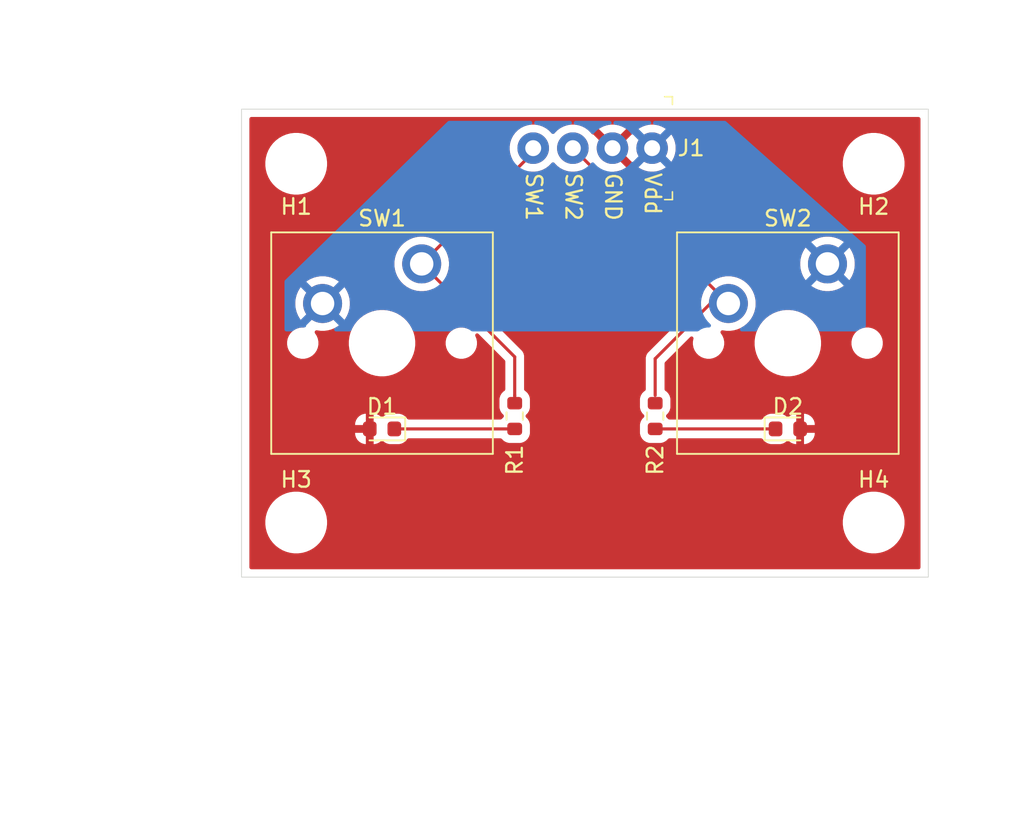
<source format=kicad_pcb>
(kicad_pcb (version 20241229) (generator "pcbnew") (generator_version "9.0")
  (layers (0 "F.Cu" signal) (2 "B.Cu" signal) (13 "F.Paste" user) (15 "B.Paste" user) (5 "F.SilkS" user "F.Silkscreen") (7 "B.SilkS" user "B.Silkscreen") (1 "F.Mask" user) (3 "B.Mask" user) (25 "Edge.Cuts" user))
  (net 0 "")
  (net 1 "Net-(D1-Pad1)")
  (net 2 "GND")
  (net 3 "Net-(D2-Pad1)")
  (net 4 "Net-(J1-Vdd)")
  (net 5 "Net-(J1-SW2)")
  (net 6 "Net-(J1-SW1)")
  (footprint "Resistor_SMD:R_0603_1608Metric" (layer "F.Cu") (at 147 112.175 -90)
    (property "Reference" "R2" (at 2.825 0 90) (layer "F.SilkS"))
    (property "Value" "1k")
    (fp_line (start -0.237258 0.5225) (end 0.237258 0.5225) (stroke (width 0.12)) (layer "F.SilkS"))
    (fp_line (start -0.237258 -0.5225) (end 0.237258 -0.5225) (stroke (width 0.12)) (layer "F.SilkS"))
    (pad "1" smd roundrect (at -0.825 0 270) (size 0.8 0.95) (layers "F.Cu" "F.Mask" "F.Paste") (net 5 "Net-(J1-SW2)"))
    (pad "2" smd roundrect (at 0.825 0 270) (size 0.8 0.95) (layers "F.Cu" "F.Mask" "F.Paste") (net 3 "Net-(D2-Pad1)"))
  )
  (footprint "MountingHole:MountingHole_3.7mm" (layer "F.Cu") (at 124 96)
    (property "Reference" "H1" (at 0 2.75 0) (layer "F.SilkS"))
    (property "Value" "MountingHole")
    (pad "" np_thru_hole circle (at 0 0) (size 3.7 3.7) (drill 3.7) (layers "*.Cu" "*.Mask"))
  )
  (footprint "digikey-footprints:PinHeader_1x4_P2.54mm_Drill1.02mm" (layer "F.Cu") (at 146.805 95 180)
    (property "Reference" "J1" (at -2.5 0 0) (layer "F.SilkS"))
    (property "Value" "0022232041")
    (fp_line (start -1.3 3.3) (end -0.8 3.3) (stroke (width 0.1)) (layer "F.SilkS"))
    (fp_line (start -1.3 3.3) (end -1.3 2.8) (stroke (width 0.1)) (layer "F.SilkS"))
    (fp_line (start -1.3 -3.3) (end -0.8 -3.3) (stroke (width 0.1)) (layer "F.SilkS"))
    (fp_line (start -1.3 -3.3) (end -1.3 -2.8) (stroke (width 0.1)) (layer "F.SilkS"))
    (fp_text user "SW2" (at 5.6195 -1.5 270) (layer "F.SilkS") (effects (justify left bottom)))
    (fp_text user "GND" (at 3.0795 -1.5 270) (layer "F.SilkS") (effects (justify left bottom)))
    (fp_text user "SW1" (at 8.1595 -1.5 270) (layer "F.SilkS") (effects (justify left bottom)))
    (fp_text user "Vdd" (at 0.5395 -1.5 270) (layer "F.SilkS") (effects (justify left bottom)))
    (pad "1" thru_hole circle (at 0 0 180) (size 2.02 2.02) (drill 1.02) (layers "*.Cu" "*.Mask") (net 4 "Net-(J1-Vdd)"))
    (pad "2" thru_hole circle (at 2.54 0 180) (size 2.02 2.02) (drill 1.02) (layers "*.Cu" "*.Mask") (net 2 "GND"))
    (pad "3" thru_hole circle (at 5.08 0 180) (size 2.02 2.02) (drill 1.02) (layers "*.Cu" "*.Mask") (net 5 "Net-(J1-SW2)"))
    (pad "4" thru_hole circle (at 7.62 0 180) (size 2.02 2.02) (drill 1.02) (layers "*.Cu" "*.Mask") (net 6 "Net-(J1-SW1)"))
  )
  (footprint "LED_SMD:LED_0603_1608Metric" (layer "F.Cu") (at 129.5 113 180)
    (property "Reference" "D1" (at 0 1.43 180) (layer "F.SilkS"))
    (property "Value" "LTST-C191KFKT")
    (fp_line (start 0.8 -0.735) (end -1.485 -0.735) (stroke (width 0.12)) (layer "F.SilkS"))
    (fp_line (start -1.485 0.735) (end 0.8 0.735) (stroke (width 0.12)) (layer "F.SilkS"))
    (fp_line (start -1.485 -0.735) (end -1.485 0.735) (stroke (width 0.12)) (layer "F.SilkS"))
    (pad "1" smd roundrect (at -0.7875 0 180) (size 0.875 0.95) (layers "F.Cu" "F.Mask" "F.Paste") (net 1 "Net-(D1-Pad1)"))
    (pad "2" smd roundrect (at 0.7875 0 180) (size 0.875 0.95) (layers "F.Cu" "F.Mask" "F.Paste") (net 2 "GND"))
  )
  (footprint "LED_SMD:LED_0603_1608Metric" (layer "F.Cu") (at 155.5 113)
    (property "Reference" "D2" (at 0 -1.43 0) (layer "F.SilkS"))
    (property "Value" "LTST-C191KFKT")
    (fp_line (start -1.485 -0.735) (end -1.485 0.735) (stroke (width 0.12)) (layer "F.SilkS"))
    (fp_line (start -1.485 0.735) (end 0.8 0.735) (stroke (width 0.12)) (layer "F.SilkS"))
    (fp_line (start 0.8 -0.735) (end -1.485 -0.735) (stroke (width 0.12)) (layer "F.SilkS"))
    (pad "1" smd roundrect (at -0.7875 0) (size 0.875 0.95) (layers "F.Cu" "F.Mask" "F.Paste") (net 3 "Net-(D2-Pad1)"))
    (pad "2" smd roundrect (at 0.7875 0) (size 0.875 0.95) (layers "F.Cu" "F.Mask" "F.Paste") (net 2 "GND"))
  )
  (footprint "MountingHole:MountingHole_3.7mm" (layer "F.Cu") (at 161 96)
    (property "Reference" "H2" (at 0 2.75 0) (layer "F.SilkS"))
    (property "Value" "MountingHole")
    (pad "" np_thru_hole circle (at 0 0) (size 3.7 3.7) (drill 3.7) (layers "*.Cu" "*.Mask"))
  )
  (footprint "switch_library:SW_Cherry_MX_PCB_1.00u_3D_Model" (layer "F.Cu") (at 155.5 107.5)
    (property "Reference" "SW2" (at 0 -8 0) (layer "F.SilkS"))
    (property "Value" "SW_SPST")
    (fp_line (start -7.1 -7.1) (end -7.1 7.1) (stroke (width 0.12)) (layer "F.SilkS"))
    (fp_line (start -7.1 7.1) (end 7.1 7.1) (stroke (width 0.12)) (layer "F.SilkS"))
    (fp_line (start 7.1 -7.1) (end -7.1 -7.1) (stroke (width 0.12)) (layer "F.SilkS"))
    (fp_line (start 7.1 7.1) (end 7.1 -7.1) (stroke (width 0.12)) (layer "F.SilkS"))
    (pad "" np_thru_hole circle (at -5.08 0) (size 1.75 1.75) (drill 1.75) (layers "*.Cu" "*.Mask"))
    (pad "" np_thru_hole circle (at 0 0) (size 4 4) (drill 4) (layers "*.Cu" "*.Mask"))
    (pad "" np_thru_hole circle (at 5.08 0) (size 1.75 1.75) (drill 1.75) (layers "*.Cu" "*.Mask"))
    (pad "1" thru_hole circle (at -3.81 -2.54) (size 2.5 2.5) (drill 1.5) (layers "*.Cu" "*.Mask") (net 5 "Net-(J1-SW2)"))
    (pad "2" thru_hole circle (at 2.54 -5.08) (size 2.5 2.5) (drill 1.5) (layers "*.Cu" "*.Mask") (net 4 "Net-(J1-Vdd)"))
  )
  (footprint "Resistor_SMD:R_0603_1608Metric" (layer "F.Cu") (at 138 112.175 -90)
    (property "Reference" "R1" (at 2.825 0 90) (layer "F.SilkS"))
    (property "Value" "1k")
    (fp_line (start -0.237258 0.5225) (end 0.237258 0.5225) (stroke (width 0.12)) (layer "F.SilkS"))
    (fp_line (start -0.237258 -0.5225) (end 0.237258 -0.5225) (stroke (width 0.12)) (layer "F.SilkS"))
    (pad "1" smd roundrect (at -0.825 0 270) (size 0.8 0.95) (layers "F.Cu" "F.Mask" "F.Paste") (net 6 "Net-(J1-SW1)"))
    (pad "2" smd roundrect (at 0.825 0 270) (size 0.8 0.95) (layers "F.Cu" "F.Mask" "F.Paste") (net 1 "Net-(D1-Pad1)"))
  )
  (footprint "MountingHole:MountingHole_3.7mm" (layer "F.Cu") (at 124 119)
    (property "Reference" "H3" (at 0 -2.75 0) (layer "F.SilkS"))
    (property "Value" "MountingHole")
    (pad "" np_thru_hole circle (at 0 0) (size 3.7 3.7) (drill 3.7) (layers "*.Cu" "*.Mask"))
  )
  (footprint "switch_library:SW_Cherry_MX_PCB_1.00u_3D_Model" (layer "F.Cu") (at 129.5 107.5)
    (property "Reference" "SW1" (at 0 -8 0) (layer "F.SilkS"))
    (property "Value" "SW_SPST")
    (fp_line (start -7.1 -7.1) (end -7.1 7.1) (stroke (width 0.12)) (layer "F.SilkS"))
    (fp_line (start -7.1 7.1) (end 7.1 7.1) (stroke (width 0.12)) (layer "F.SilkS"))
    (fp_line (start 7.1 -7.1) (end -7.1 -7.1) (stroke (width 0.12)) (layer "F.SilkS"))
    (fp_line (start 7.1 7.1) (end 7.1 -7.1) (stroke (width 0.12)) (layer "F.SilkS"))
    (pad "" np_thru_hole circle (at -5.08 0) (size 1.75 1.75) (drill 1.75) (layers "*.Cu" "*.Mask"))
    (pad "" np_thru_hole circle (at 0 0) (size 4 4) (drill 4) (layers "*.Cu" "*.Mask"))
    (pad "" np_thru_hole circle (at 5.08 0) (size 1.75 1.75) (drill 1.75) (layers "*.Cu" "*.Mask"))
    (pad "1" thru_hole circle (at -3.81 -2.54) (size 2.5 2.5) (drill 1.5) (layers "*.Cu" "*.Mask") (net 4 "Net-(J1-Vdd)"))
    (pad "2" thru_hole circle (at 2.54 -5.08) (size 2.5 2.5) (drill 1.5) (layers "*.Cu" "*.Mask") (net 6 "Net-(J1-SW1)"))
  )
  (footprint "MountingHole:MountingHole_3.7mm" (layer "F.Cu") (at 161 119)
    (property "Reference" "H4" (at 0 -2.75 0) (layer "F.SilkS"))
    (property "Value" "MountingHole")
    (pad "" np_thru_hole circle (at 0 0) (size 3.7 3.7) (drill 3.7) (layers "*.Cu" "*.Mask"))
  )
  (gr_rect (start 120.5 92.5) (end 164.5 122.5) (stroke (width 0.05)) (fill no) (layer "Edge.Cuts"))
  (segment (start 130.2875 113) (end 138 113) (width 0.2) (layer "F.Cu") (net 1))
  (segment (start 147 113) (end 154.7125 113) (width 0.2) (layer "F.Cu") (net 3))
  (segment (start 146.805 95) (end 147.5 95) (width 0.2) (layer "F.Cu") (net 4))
  (segment (start 146.805 95) (end 147 95) (width 0.2) (layer "F.Cu") (net 4))
  (segment (start 158.04 102.42) (end 158.17 102.42) (width 0.2) (layer "F.Cu") (net 4))
  (segment (start 146.805 95) (end 146.805 95.055) (width 0.2) (layer "F.Cu") (net 4))
  (segment (start 158.17 102.42) (end 158.25 102.5) (width 0.2) (layer "F.Cu") (net 4))
  (segment (start 147 108.5) (end 147 110.85) (width 0.2) (layer "F.Cu") (net 5))
  (segment (start 150.54 104.96) (end 147 108.5) (width 0.2) (layer "F.Cu") (net 5))
  (segment (start 151.69 104.96) (end 150.54 104.96) (width 0.2) (layer "F.Cu") (net 5))
  (segment (start 151.69 104.96) (end 141.73 95) (width 0.2) (layer "F.Cu") (net 5))
  (segment (start 141.73 95) (end 141.725 95) (width 0.2) (layer "F.Cu") (net 5))
  (segment (start 138 108.38) (end 132.04 102.42) (width 0.2) (layer "F.Cu") (net 6))
  (segment (start 132.04 102.42) (end 139.185 95.275) (width 0.2) (layer "F.Cu") (net 6))
  (segment (start 139.185 95.275) (end 139.185 95) (width 0.2) (layer "F.Cu") (net 6))
  (segment (start 138 110.85) (end 138 111) (width 0.2) (layer "F.Cu") (net 6))
  (segment (start 132.04 102.145) (end 132.04 102.42) (width 0.2) (layer "F.Cu") (net 6))
  (segment (start 138 110.85) (end 138 108.38) (width 0.2) (layer "F.Cu") (net 6))
  (zone (net 2) (net_name "GND") (layer "F.Cu") (name "GND") (connect_pads (clearance 0.5)) (min_thickness 0.25) (fill yes (thermal_gap 0.5) (thermal_bridge_width 0.5))
    (polygon (pts (xy 120.5 122.5) (xy 164.5 122.5) (xy 164.5 92.5) (xy 120.5 92.5)))
  )
  (zone (net 4) (net_name "Net-(J1-Vdd)") (layer "B.Cu") (name "Vdd") (priority 1) (connect_pads (clearance 0.5)) (min_thickness 0.25) (fill yes (thermal_gap 0.5) (thermal_bridge_width 0.5) (island_removal_mode 1) (island_area_min 10))
    (polygon (pts (xy 151.5 93.25) (xy 160.5 101.25) (xy 160.5 106.75) (xy 123.25 106.75) (xy 123.25 103.5) (xy 133.75 93.25) (xy 134.5 93.25) (xy 135.75 93.25)))
  )
)
</source>
